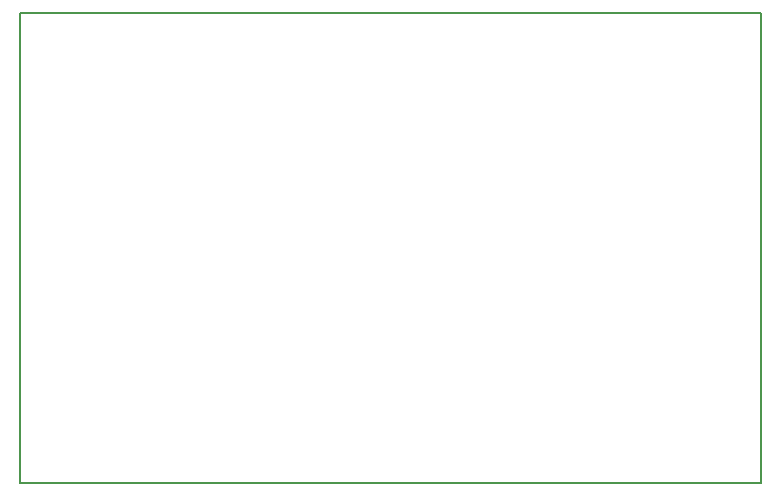
<source format=gm1>
G04 MADE WITH FRITZING*
G04 WWW.FRITZING.ORG*
G04 DOUBLE SIDED*
G04 HOLES PLATED*
G04 CONTOUR ON CENTER OF CONTOUR VECTOR*
%ASAXBY*%
%FSLAX23Y23*%
%MOIN*%
%OFA0B0*%
%SFA1.0B1.0*%
%ADD10R,2.480310X1.574800*%
%ADD11C,0.008000*%
%ADD10C,0.008*%
%LNCONTOUR*%
G90*
G70*
G54D10*
G54D11*
X4Y1571D02*
X2476Y1571D01*
X2476Y4D01*
X4Y4D01*
X4Y1571D01*
D02*
G04 End of contour*
M02*
</source>
